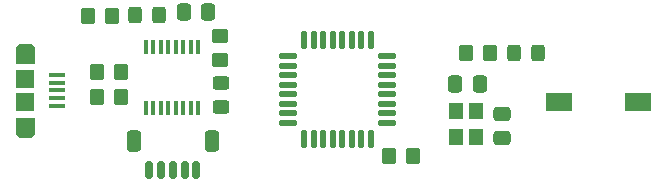
<source format=gbr>
%TF.GenerationSoftware,KiCad,Pcbnew,8.0.5*%
%TF.CreationDate,2024-12-22T00:31:45-07:00*%
%TF.ProjectId,2024_11_STM32F303_DaisyShape_v1_3,32303234-5f31-4315-9f53-544d33324633,rev?*%
%TF.SameCoordinates,Original*%
%TF.FileFunction,Paste,Top*%
%TF.FilePolarity,Positive*%
%FSLAX46Y46*%
G04 Gerber Fmt 4.6, Leading zero omitted, Abs format (unit mm)*
G04 Created by KiCad (PCBNEW 8.0.5) date 2024-12-22 00:31:45*
%MOMM*%
%LPD*%
G01*
G04 APERTURE LIST*
G04 Aperture macros list*
%AMRoundRect*
0 Rectangle with rounded corners*
0 $1 Rounding radius*
0 $2 $3 $4 $5 $6 $7 $8 $9 X,Y pos of 4 corners*
0 Add a 4 corners polygon primitive as box body*
4,1,4,$2,$3,$4,$5,$6,$7,$8,$9,$2,$3,0*
0 Add four circle primitives for the rounded corners*
1,1,$1+$1,$2,$3*
1,1,$1+$1,$4,$5*
1,1,$1+$1,$6,$7*
1,1,$1+$1,$8,$9*
0 Add four rect primitives between the rounded corners*
20,1,$1+$1,$2,$3,$4,$5,0*
20,1,$1+$1,$4,$5,$6,$7,0*
20,1,$1+$1,$6,$7,$8,$9,0*
20,1,$1+$1,$8,$9,$2,$3,0*%
G04 Aperture macros list end*
%ADD10C,0.010000*%
%ADD11RoundRect,0.250000X0.450000X-0.325000X0.450000X0.325000X-0.450000X0.325000X-0.450000X-0.325000X0*%
%ADD12RoundRect,0.250000X0.350000X0.450000X-0.350000X0.450000X-0.350000X-0.450000X0.350000X-0.450000X0*%
%ADD13RoundRect,0.250000X0.325000X0.450000X-0.325000X0.450000X-0.325000X-0.450000X0.325000X-0.450000X0*%
%ADD14RoundRect,0.250000X-0.475000X0.337500X-0.475000X-0.337500X0.475000X-0.337500X0.475000X0.337500X0*%
%ADD15R,1.200000X1.400000*%
%ADD16RoundRect,0.250000X0.337500X0.475000X-0.337500X0.475000X-0.337500X-0.475000X0.337500X-0.475000X0*%
%ADD17RoundRect,0.250000X0.450000X-0.350000X0.450000X0.350000X-0.450000X0.350000X-0.450000X-0.350000X0*%
%ADD18RoundRect,0.250000X-0.337500X-0.475000X0.337500X-0.475000X0.337500X0.475000X-0.337500X0.475000X0*%
%ADD19RoundRect,0.125000X0.625000X0.125000X-0.625000X0.125000X-0.625000X-0.125000X0.625000X-0.125000X0*%
%ADD20RoundRect,0.125000X0.125000X0.625000X-0.125000X0.625000X-0.125000X-0.625000X0.125000X-0.625000X0*%
%ADD21R,1.350000X0.400000*%
%ADD22R,1.550000X1.500000*%
%ADD23R,0.400000X1.200000*%
%ADD24R,2.300000X1.500000*%
%ADD25RoundRect,0.250000X-0.350000X-0.450000X0.350000X-0.450000X0.350000X0.450000X-0.350000X0.450000X0*%
%ADD26RoundRect,0.150000X-0.150000X-0.625000X0.150000X-0.625000X0.150000X0.625000X-0.150000X0.625000X0*%
%ADD27RoundRect,0.250000X-0.350000X-0.650000X0.350000X-0.650000X0.350000X0.650000X-0.350000X0.650000X0*%
G04 APERTURE END LIST*
D10*
%TO.C,J1*%
X107451000Y-49556000D02*
X107477000Y-49558000D01*
X107503000Y-49561000D01*
X107529000Y-49566000D01*
X107554000Y-49572000D01*
X107580000Y-49579000D01*
X107604000Y-49588000D01*
X107628000Y-49598000D01*
X107652000Y-49609000D01*
X107675000Y-49622000D01*
X107697000Y-49636000D01*
X107719000Y-49650000D01*
X107740000Y-49666000D01*
X107760000Y-49683000D01*
X107779000Y-49701000D01*
X107797000Y-49720000D01*
X107814000Y-49740000D01*
X107830000Y-49761000D01*
X107844000Y-49783000D01*
X107858000Y-49805000D01*
X107871000Y-49828000D01*
X107882000Y-49852000D01*
X107892000Y-49876000D01*
X107901000Y-49900000D01*
X107908000Y-49926000D01*
X107914000Y-49951000D01*
X107919000Y-49977000D01*
X107922000Y-50003000D01*
X107924000Y-50029000D01*
X107925000Y-50055000D01*
X107925000Y-51200000D01*
X106375000Y-51200000D01*
X106375000Y-50055000D01*
X106376000Y-50029000D01*
X106378000Y-50003000D01*
X106381000Y-49977000D01*
X106386000Y-49951000D01*
X106392000Y-49926000D01*
X106399000Y-49900000D01*
X106408000Y-49876000D01*
X106418000Y-49852000D01*
X106429000Y-49828000D01*
X106442000Y-49805000D01*
X106456000Y-49783000D01*
X106470000Y-49761000D01*
X106486000Y-49740000D01*
X106503000Y-49720000D01*
X106521000Y-49701000D01*
X106540000Y-49683000D01*
X106560000Y-49666000D01*
X106581000Y-49650000D01*
X106603000Y-49636000D01*
X106625000Y-49622000D01*
X106648000Y-49609000D01*
X106672000Y-49598000D01*
X106696000Y-49588000D01*
X106720000Y-49579000D01*
X106746000Y-49572000D01*
X106771000Y-49566000D01*
X106797000Y-49561000D01*
X106823000Y-49558000D01*
X106849000Y-49556000D01*
X106875000Y-49555000D01*
X107425000Y-49555000D01*
X107451000Y-49556000D01*
G36*
X107451000Y-49556000D02*
G01*
X107477000Y-49558000D01*
X107503000Y-49561000D01*
X107529000Y-49566000D01*
X107554000Y-49572000D01*
X107580000Y-49579000D01*
X107604000Y-49588000D01*
X107628000Y-49598000D01*
X107652000Y-49609000D01*
X107675000Y-49622000D01*
X107697000Y-49636000D01*
X107719000Y-49650000D01*
X107740000Y-49666000D01*
X107760000Y-49683000D01*
X107779000Y-49701000D01*
X107797000Y-49720000D01*
X107814000Y-49740000D01*
X107830000Y-49761000D01*
X107844000Y-49783000D01*
X107858000Y-49805000D01*
X107871000Y-49828000D01*
X107882000Y-49852000D01*
X107892000Y-49876000D01*
X107901000Y-49900000D01*
X107908000Y-49926000D01*
X107914000Y-49951000D01*
X107919000Y-49977000D01*
X107922000Y-50003000D01*
X107924000Y-50029000D01*
X107925000Y-50055000D01*
X107925000Y-51200000D01*
X106375000Y-51200000D01*
X106375000Y-50055000D01*
X106376000Y-50029000D01*
X106378000Y-50003000D01*
X106381000Y-49977000D01*
X106386000Y-49951000D01*
X106392000Y-49926000D01*
X106399000Y-49900000D01*
X106408000Y-49876000D01*
X106418000Y-49852000D01*
X106429000Y-49828000D01*
X106442000Y-49805000D01*
X106456000Y-49783000D01*
X106470000Y-49761000D01*
X106486000Y-49740000D01*
X106503000Y-49720000D01*
X106521000Y-49701000D01*
X106540000Y-49683000D01*
X106560000Y-49666000D01*
X106581000Y-49650000D01*
X106603000Y-49636000D01*
X106625000Y-49622000D01*
X106648000Y-49609000D01*
X106672000Y-49598000D01*
X106696000Y-49588000D01*
X106720000Y-49579000D01*
X106746000Y-49572000D01*
X106771000Y-49566000D01*
X106797000Y-49561000D01*
X106823000Y-49558000D01*
X106849000Y-49556000D01*
X106875000Y-49555000D01*
X107425000Y-49555000D01*
X107451000Y-49556000D01*
G37*
X107925000Y-56945000D02*
X107924000Y-56971000D01*
X107922000Y-56997000D01*
X107919000Y-57023000D01*
X107914000Y-57049000D01*
X107908000Y-57074000D01*
X107901000Y-57100000D01*
X107892000Y-57124000D01*
X107882000Y-57148000D01*
X107871000Y-57172000D01*
X107858000Y-57195000D01*
X107844000Y-57217000D01*
X107830000Y-57239000D01*
X107814000Y-57260000D01*
X107797000Y-57280000D01*
X107779000Y-57299000D01*
X107760000Y-57317000D01*
X107740000Y-57334000D01*
X107719000Y-57350000D01*
X107697000Y-57364000D01*
X107675000Y-57378000D01*
X107652000Y-57391000D01*
X107628000Y-57402000D01*
X107604000Y-57412000D01*
X107580000Y-57421000D01*
X107554000Y-57428000D01*
X107529000Y-57434000D01*
X107503000Y-57439000D01*
X107477000Y-57442000D01*
X107451000Y-57444000D01*
X107425000Y-57445000D01*
X106875000Y-57445000D01*
X106849000Y-57444000D01*
X106823000Y-57442000D01*
X106797000Y-57439000D01*
X106771000Y-57434000D01*
X106746000Y-57428000D01*
X106720000Y-57421000D01*
X106696000Y-57412000D01*
X106672000Y-57402000D01*
X106648000Y-57391000D01*
X106625000Y-57378000D01*
X106603000Y-57364000D01*
X106581000Y-57350000D01*
X106560000Y-57334000D01*
X106540000Y-57317000D01*
X106521000Y-57299000D01*
X106503000Y-57280000D01*
X106486000Y-57260000D01*
X106470000Y-57239000D01*
X106456000Y-57217000D01*
X106442000Y-57195000D01*
X106429000Y-57172000D01*
X106418000Y-57148000D01*
X106408000Y-57124000D01*
X106399000Y-57100000D01*
X106392000Y-57074000D01*
X106386000Y-57049000D01*
X106381000Y-57023000D01*
X106378000Y-56997000D01*
X106376000Y-56971000D01*
X106375000Y-56945000D01*
X106375000Y-55800000D01*
X107925000Y-55800000D01*
X107925000Y-56945000D01*
G36*
X107925000Y-56945000D02*
G01*
X107924000Y-56971000D01*
X107922000Y-56997000D01*
X107919000Y-57023000D01*
X107914000Y-57049000D01*
X107908000Y-57074000D01*
X107901000Y-57100000D01*
X107892000Y-57124000D01*
X107882000Y-57148000D01*
X107871000Y-57172000D01*
X107858000Y-57195000D01*
X107844000Y-57217000D01*
X107830000Y-57239000D01*
X107814000Y-57260000D01*
X107797000Y-57280000D01*
X107779000Y-57299000D01*
X107760000Y-57317000D01*
X107740000Y-57334000D01*
X107719000Y-57350000D01*
X107697000Y-57364000D01*
X107675000Y-57378000D01*
X107652000Y-57391000D01*
X107628000Y-57402000D01*
X107604000Y-57412000D01*
X107580000Y-57421000D01*
X107554000Y-57428000D01*
X107529000Y-57434000D01*
X107503000Y-57439000D01*
X107477000Y-57442000D01*
X107451000Y-57444000D01*
X107425000Y-57445000D01*
X106875000Y-57445000D01*
X106849000Y-57444000D01*
X106823000Y-57442000D01*
X106797000Y-57439000D01*
X106771000Y-57434000D01*
X106746000Y-57428000D01*
X106720000Y-57421000D01*
X106696000Y-57412000D01*
X106672000Y-57402000D01*
X106648000Y-57391000D01*
X106625000Y-57378000D01*
X106603000Y-57364000D01*
X106581000Y-57350000D01*
X106560000Y-57334000D01*
X106540000Y-57317000D01*
X106521000Y-57299000D01*
X106503000Y-57280000D01*
X106486000Y-57260000D01*
X106470000Y-57239000D01*
X106456000Y-57217000D01*
X106442000Y-57195000D01*
X106429000Y-57172000D01*
X106418000Y-57148000D01*
X106408000Y-57124000D01*
X106399000Y-57100000D01*
X106392000Y-57074000D01*
X106386000Y-57049000D01*
X106381000Y-57023000D01*
X106378000Y-56997000D01*
X106376000Y-56971000D01*
X106375000Y-56945000D01*
X106375000Y-55800000D01*
X107925000Y-55800000D01*
X107925000Y-56945000D01*
G37*
%TD*%
D11*
%TO.C,D5*%
X123700000Y-54900000D03*
X123700000Y-52850000D03*
%TD*%
D12*
%TO.C,R4*%
X114490000Y-47175000D03*
X112490000Y-47175000D03*
%TD*%
D13*
%TO.C,D4*%
X150550000Y-50300000D03*
X148500000Y-50300000D03*
%TD*%
D14*
%TO.C,C19*%
X147550000Y-55462500D03*
X147550000Y-57537500D03*
%TD*%
D15*
%TO.C,Y3*%
X145350000Y-57475000D03*
X145350000Y-55275000D03*
X143650000Y-55275000D03*
X143650000Y-57475000D03*
%TD*%
D16*
%TO.C,C20*%
X145637500Y-52975000D03*
X143562500Y-52975000D03*
%TD*%
D17*
%TO.C,R9*%
X123675000Y-50925000D03*
X123675000Y-48925000D03*
%TD*%
D13*
%TO.C,D2*%
X118512500Y-47145000D03*
X116462500Y-47145000D03*
%TD*%
D18*
%TO.C,C2*%
X120562500Y-46900000D03*
X122637500Y-46900000D03*
%TD*%
D19*
%TO.C,U1*%
X137775000Y-56225000D03*
X137775000Y-55425000D03*
X137775000Y-54625000D03*
X137775000Y-53825000D03*
X137775000Y-53025000D03*
X137775000Y-52225000D03*
X137775000Y-51425000D03*
X137775000Y-50625000D03*
D20*
X136400000Y-49250000D03*
X135600000Y-49250000D03*
X134800000Y-49250000D03*
X134000000Y-49250000D03*
X133200000Y-49250000D03*
X132400000Y-49250000D03*
X131600000Y-49250000D03*
X130800000Y-49250000D03*
D19*
X129425000Y-50625000D03*
X129425000Y-51425000D03*
X129425000Y-52225000D03*
X129425000Y-53025000D03*
X129425000Y-53825000D03*
X129425000Y-54625000D03*
X129425000Y-55425000D03*
X129425000Y-56225000D03*
D20*
X130800000Y-57600000D03*
X131600000Y-57600000D03*
X132400000Y-57600000D03*
X133200000Y-57600000D03*
X134000000Y-57600000D03*
X134800000Y-57600000D03*
X135600000Y-57600000D03*
X136400000Y-57600000D03*
%TD*%
D21*
%TO.C,J1*%
X109825000Y-52200000D03*
X109825000Y-52850000D03*
X109825000Y-53500000D03*
X109825000Y-54150000D03*
X109825000Y-54800000D03*
D22*
X107150000Y-52500000D03*
X107150000Y-54500000D03*
%TD*%
D23*
%TO.C,U2*%
X117352500Y-55000000D03*
X117987500Y-55000000D03*
X118622500Y-55000000D03*
X119257500Y-55000000D03*
X119892500Y-55000000D03*
X120527500Y-55000000D03*
X121162500Y-55000000D03*
X121797500Y-55000000D03*
X121797500Y-49800000D03*
X121162500Y-49800000D03*
X120527500Y-49800000D03*
X119892500Y-49800000D03*
X119257500Y-49800000D03*
X118622500Y-49800000D03*
X117987500Y-49800000D03*
X117352500Y-49800000D03*
%TD*%
D12*
%TO.C,R8*%
X115275000Y-51900000D03*
X113275000Y-51900000D03*
%TD*%
%TO.C,R6*%
X139950000Y-59075000D03*
X137950000Y-59075000D03*
%TD*%
D24*
%TO.C,SW2*%
X159050000Y-54475000D03*
X152350000Y-54475000D03*
%TD*%
D25*
%TO.C,R7*%
X113275000Y-54025000D03*
X115275000Y-54025000D03*
%TD*%
D12*
%TO.C,R10*%
X146500000Y-50300000D03*
X144500000Y-50300000D03*
%TD*%
D26*
%TO.C,J3*%
X117650000Y-60275000D03*
X118650000Y-60275000D03*
X119650000Y-60275000D03*
X120650000Y-60275000D03*
X121650000Y-60275000D03*
D27*
X116350000Y-57750000D03*
X122950000Y-57750000D03*
%TD*%
M02*

</source>
